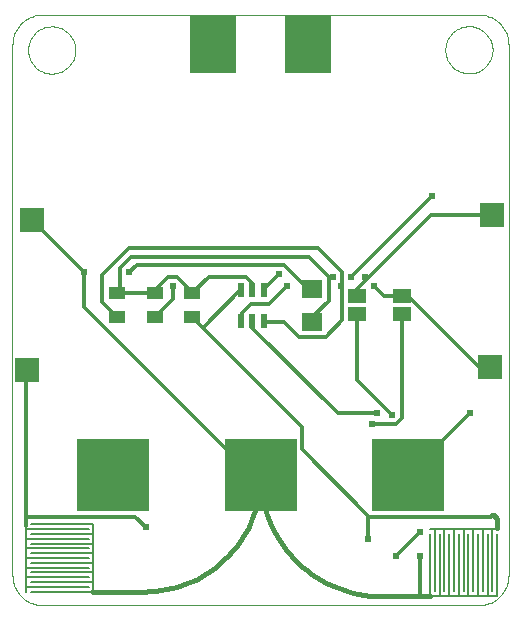
<source format=gtl>
G75*
G70*
%OFA0B0*%
%FSLAX24Y24*%
%IPPOS*%
%LPD*%
%AMOC8*
5,1,8,0,0,1.08239X$1,22.5*
%
%ADD10C,0.0000*%
%ADD11C,0.0004*%
%ADD12R,0.1575X0.1969*%
%ADD13R,0.0217X0.0472*%
%ADD14R,0.2390X0.2390*%
%ADD15R,0.0709X0.0630*%
%ADD16R,0.0551X0.0433*%
%ADD17R,0.0787X0.0787*%
%ADD18R,0.0630X0.0460*%
%ADD19C,0.0080*%
%ADD20R,0.0120X0.0120*%
%ADD21C,0.0160*%
%ADD22C,0.0120*%
%ADD23C,0.0240*%
D10*
X002243Y020379D02*
X002245Y020435D01*
X002251Y020490D01*
X002261Y020544D01*
X002274Y020598D01*
X002292Y020651D01*
X002313Y020702D01*
X002337Y020752D01*
X002365Y020800D01*
X002397Y020846D01*
X002431Y020890D01*
X002469Y020931D01*
X002509Y020969D01*
X002552Y021004D01*
X002597Y021036D01*
X002645Y021065D01*
X002694Y021091D01*
X002745Y021113D01*
X002797Y021131D01*
X002851Y021145D01*
X002906Y021156D01*
X002961Y021163D01*
X003016Y021166D01*
X003072Y021165D01*
X003127Y021160D01*
X003182Y021151D01*
X003236Y021139D01*
X003289Y021122D01*
X003341Y021102D01*
X003391Y021078D01*
X003439Y021051D01*
X003486Y021021D01*
X003530Y020987D01*
X003572Y020950D01*
X003610Y020910D01*
X003647Y020868D01*
X003680Y020823D01*
X003709Y020777D01*
X003736Y020728D01*
X003758Y020677D01*
X003778Y020625D01*
X003793Y020571D01*
X003805Y020517D01*
X003813Y020462D01*
X003817Y020407D01*
X003817Y020351D01*
X003813Y020296D01*
X003805Y020241D01*
X003793Y020187D01*
X003778Y020133D01*
X003758Y020081D01*
X003736Y020030D01*
X003709Y019981D01*
X003680Y019935D01*
X003647Y019890D01*
X003610Y019848D01*
X003572Y019808D01*
X003530Y019771D01*
X003486Y019737D01*
X003439Y019707D01*
X003391Y019680D01*
X003341Y019656D01*
X003289Y019636D01*
X003236Y019619D01*
X003182Y019607D01*
X003127Y019598D01*
X003072Y019593D01*
X003016Y019592D01*
X002961Y019595D01*
X002906Y019602D01*
X002851Y019613D01*
X002797Y019627D01*
X002745Y019645D01*
X002694Y019667D01*
X002645Y019693D01*
X002597Y019722D01*
X002552Y019754D01*
X002509Y019789D01*
X002469Y019827D01*
X002431Y019868D01*
X002397Y019912D01*
X002365Y019958D01*
X002337Y020006D01*
X002313Y020056D01*
X002292Y020107D01*
X002274Y020160D01*
X002261Y020214D01*
X002251Y020268D01*
X002245Y020323D01*
X002243Y020379D01*
X016153Y020385D02*
X016155Y020441D01*
X016161Y020496D01*
X016171Y020550D01*
X016184Y020604D01*
X016202Y020657D01*
X016223Y020708D01*
X016247Y020758D01*
X016275Y020806D01*
X016307Y020852D01*
X016341Y020896D01*
X016379Y020937D01*
X016419Y020975D01*
X016462Y021010D01*
X016507Y021042D01*
X016555Y021071D01*
X016604Y021097D01*
X016655Y021119D01*
X016707Y021137D01*
X016761Y021151D01*
X016816Y021162D01*
X016871Y021169D01*
X016926Y021172D01*
X016982Y021171D01*
X017037Y021166D01*
X017092Y021157D01*
X017146Y021145D01*
X017199Y021128D01*
X017251Y021108D01*
X017301Y021084D01*
X017349Y021057D01*
X017396Y021027D01*
X017440Y020993D01*
X017482Y020956D01*
X017520Y020916D01*
X017557Y020874D01*
X017590Y020829D01*
X017619Y020783D01*
X017646Y020734D01*
X017668Y020683D01*
X017688Y020631D01*
X017703Y020577D01*
X017715Y020523D01*
X017723Y020468D01*
X017727Y020413D01*
X017727Y020357D01*
X017723Y020302D01*
X017715Y020247D01*
X017703Y020193D01*
X017688Y020139D01*
X017668Y020087D01*
X017646Y020036D01*
X017619Y019987D01*
X017590Y019941D01*
X017557Y019896D01*
X017520Y019854D01*
X017482Y019814D01*
X017440Y019777D01*
X017396Y019743D01*
X017349Y019713D01*
X017301Y019686D01*
X017251Y019662D01*
X017199Y019642D01*
X017146Y019625D01*
X017092Y019613D01*
X017037Y019604D01*
X016982Y019599D01*
X016926Y019598D01*
X016871Y019601D01*
X016816Y019608D01*
X016761Y019619D01*
X016707Y019633D01*
X016655Y019651D01*
X016604Y019673D01*
X016555Y019699D01*
X016507Y019728D01*
X016462Y019760D01*
X016419Y019795D01*
X016379Y019833D01*
X016341Y019874D01*
X016307Y019918D01*
X016275Y019964D01*
X016247Y020012D01*
X016223Y020062D01*
X016202Y020113D01*
X016184Y020166D01*
X016171Y020220D01*
X016161Y020274D01*
X016155Y020329D01*
X016153Y020385D01*
D11*
X017259Y021560D02*
X017319Y021558D01*
X017380Y021553D01*
X017439Y021544D01*
X017498Y021531D01*
X017557Y021515D01*
X017614Y021495D01*
X017669Y021472D01*
X017724Y021445D01*
X017776Y021416D01*
X017827Y021383D01*
X017876Y021347D01*
X017922Y021309D01*
X017966Y021267D01*
X018008Y021223D01*
X018046Y021177D01*
X018082Y021128D01*
X018115Y021077D01*
X018144Y021025D01*
X018171Y020970D01*
X018194Y020915D01*
X018214Y020858D01*
X018230Y020799D01*
X018243Y020740D01*
X018252Y020681D01*
X018257Y020620D01*
X018259Y020560D01*
X018259Y010142D01*
X018259Y002875D01*
X018257Y002815D01*
X018252Y002754D01*
X018243Y002695D01*
X018230Y002636D01*
X018214Y002577D01*
X018194Y002520D01*
X018171Y002465D01*
X018144Y002410D01*
X018115Y002358D01*
X018082Y002307D01*
X018046Y002258D01*
X018008Y002212D01*
X017966Y002168D01*
X017922Y002126D01*
X017876Y002088D01*
X017827Y002052D01*
X017776Y002019D01*
X017724Y001990D01*
X017669Y001963D01*
X017614Y001940D01*
X017557Y001920D01*
X017498Y001904D01*
X017439Y001891D01*
X017380Y001882D01*
X017319Y001877D01*
X017259Y001875D01*
X009597Y001875D01*
X002723Y001875D01*
X002663Y001877D01*
X002602Y001882D01*
X002543Y001891D01*
X002484Y001904D01*
X002425Y001920D01*
X002368Y001940D01*
X002313Y001963D01*
X002258Y001990D01*
X002206Y002019D01*
X002155Y002052D01*
X002106Y002088D01*
X002060Y002126D01*
X002016Y002168D01*
X001974Y002212D01*
X001936Y002258D01*
X001900Y002307D01*
X001867Y002358D01*
X001838Y002410D01*
X001811Y002465D01*
X001788Y002520D01*
X001768Y002577D01*
X001752Y002636D01*
X001739Y002695D01*
X001730Y002754D01*
X001725Y002815D01*
X001723Y002875D01*
X001723Y010930D01*
X001723Y020560D01*
X001725Y020620D01*
X001730Y020681D01*
X001739Y020740D01*
X001752Y020799D01*
X001768Y020858D01*
X001788Y020915D01*
X001811Y020970D01*
X001838Y021025D01*
X001867Y021077D01*
X001900Y021128D01*
X001936Y021177D01*
X001974Y021223D01*
X002016Y021267D01*
X002060Y021309D01*
X002106Y021347D01*
X002155Y021383D01*
X002206Y021416D01*
X002258Y021445D01*
X002313Y021472D01*
X002368Y021495D01*
X002425Y021515D01*
X002484Y021531D01*
X002543Y021544D01*
X002602Y021553D01*
X002663Y021558D01*
X002723Y021560D01*
X010385Y021560D01*
X017259Y021560D01*
D12*
X011566Y020575D03*
X008416Y020575D03*
D13*
X009349Y012386D03*
X009723Y012386D03*
X010097Y012386D03*
X010097Y011363D03*
X009723Y011363D03*
X009349Y011363D03*
D14*
X009991Y006205D03*
X005070Y006205D03*
X014912Y006205D03*
D15*
X011723Y011323D03*
X011723Y012426D03*
D16*
X007723Y012268D03*
X007723Y011481D03*
X006473Y011481D03*
X006473Y012268D03*
X005223Y012268D03*
X005223Y011481D03*
D17*
X002223Y009701D03*
X002365Y014729D03*
X017625Y009808D03*
X017723Y014875D03*
D18*
X014723Y012175D03*
X014723Y011575D03*
X013223Y011575D03*
X013223Y012175D03*
D19*
X002178Y004569D02*
X002178Y002329D01*
X002338Y002329D02*
X004418Y002329D01*
X004418Y004569D01*
X002338Y004569D01*
X002178Y004409D02*
X004258Y004409D01*
X004418Y004249D02*
X002338Y004249D01*
X004418Y004249D01*
X004258Y004089D02*
X002178Y004089D01*
X002338Y003929D02*
X004418Y003929D01*
X004258Y003769D02*
X002178Y003769D01*
X002338Y003609D02*
X004418Y003609D01*
X004258Y003449D02*
X002178Y003449D01*
X002338Y003289D02*
X004418Y003289D01*
X004258Y003129D02*
X002178Y003129D01*
X002338Y002969D02*
X004418Y002969D01*
X004258Y002809D02*
X002178Y002809D01*
X002338Y002649D02*
X004418Y002649D01*
X004258Y002489D02*
X002178Y002489D01*
X015643Y002180D02*
X017883Y002180D01*
X017883Y004260D01*
X017883Y004420D02*
X015643Y004420D01*
X015803Y004420D02*
X015803Y002340D01*
X015963Y002180D02*
X015963Y004260D01*
X016123Y004420D02*
X016123Y002340D01*
X016283Y002180D02*
X016283Y004260D01*
X016443Y004420D02*
X016443Y002340D01*
X016603Y002180D02*
X016603Y004260D01*
X016763Y004420D02*
X016763Y002340D01*
X016923Y002180D02*
X016923Y004260D01*
X017083Y004420D02*
X017083Y002340D01*
X017243Y002180D02*
X017243Y004260D01*
X017403Y004420D02*
X017403Y002340D01*
X017563Y002180D02*
X017563Y004260D01*
X017563Y002180D01*
X017723Y002340D02*
X017723Y004420D01*
X015643Y004260D02*
X015643Y002180D01*
D20*
X015643Y002180D03*
X017863Y004440D03*
X004418Y002329D03*
X002158Y004549D03*
D21*
X004418Y002329D02*
X006115Y002329D01*
X006299Y002333D01*
X006483Y002347D01*
X006667Y002368D01*
X006849Y002399D01*
X007029Y002438D01*
X007207Y002486D01*
X007383Y002542D01*
X007556Y002607D01*
X007725Y002679D01*
X007891Y002760D01*
X008053Y002848D01*
X008211Y002944D01*
X008363Y003048D01*
X008511Y003158D01*
X008653Y003276D01*
X008790Y003400D01*
X008920Y003530D01*
X009044Y003667D01*
X009162Y003809D01*
X009272Y003957D01*
X009376Y004109D01*
X009472Y004267D01*
X009560Y004429D01*
X009641Y004595D01*
X009713Y004764D01*
X009778Y004937D01*
X009834Y005113D01*
X009882Y005291D01*
X009921Y005471D01*
X009952Y005653D01*
X009973Y005837D01*
X009987Y006021D01*
X009991Y006205D01*
X009996Y006013D01*
X010009Y005822D01*
X010032Y005632D01*
X010064Y005443D01*
X010104Y005256D01*
X010154Y005071D01*
X010212Y004888D01*
X010279Y004709D01*
X010355Y004533D01*
X010439Y004360D01*
X010530Y004192D01*
X010630Y004028D01*
X010738Y003870D01*
X010852Y003716D01*
X010974Y003569D01*
X011103Y003427D01*
X011239Y003291D01*
X011381Y003162D01*
X011528Y003040D01*
X011682Y002926D01*
X011840Y002818D01*
X012004Y002718D01*
X012172Y002627D01*
X012345Y002543D01*
X012521Y002467D01*
X012700Y002400D01*
X012883Y002342D01*
X013068Y002292D01*
X013255Y002252D01*
X013444Y002220D01*
X013634Y002197D01*
X013825Y002184D01*
X014017Y002179D01*
X014017Y002180D02*
X015323Y002180D01*
X015643Y002180D01*
X017862Y004735D02*
X017860Y004757D01*
X017855Y004778D01*
X017847Y004798D01*
X017835Y004817D01*
X017821Y004833D01*
X017805Y004847D01*
X017786Y004859D01*
X017766Y004867D01*
X017745Y004872D01*
X017723Y004874D01*
X017863Y004735D02*
X017863Y004440D01*
D22*
X017673Y004825D02*
X017723Y004875D01*
X017673Y004825D02*
X013623Y004825D01*
X013573Y004825D01*
X013573Y004075D01*
X013623Y004825D02*
X011373Y007075D01*
X011373Y007825D01*
X008073Y011125D01*
X009323Y012375D01*
X009349Y012386D01*
X009723Y012386D02*
X009723Y012425D01*
X009723Y012625D01*
X009523Y012825D01*
X008273Y012825D01*
X007723Y012275D01*
X007723Y012268D01*
X007723Y012325D01*
X007223Y012825D01*
X006923Y012825D01*
X006423Y012325D01*
X006473Y012268D01*
X006473Y012275D01*
X005223Y012275D01*
X005223Y012268D01*
X005323Y012325D01*
X005323Y013125D01*
X005673Y013475D01*
X011623Y013475D01*
X012273Y012825D01*
X012323Y012825D01*
X012423Y012825D01*
X012273Y012825D02*
X012273Y012025D01*
X011723Y011475D01*
X011723Y011325D01*
X011723Y011323D01*
X012173Y010825D02*
X011273Y010825D01*
X010773Y011325D01*
X010123Y011325D01*
X010097Y011363D01*
X009723Y011363D02*
X009723Y011325D01*
X009723Y011125D01*
X012573Y008275D01*
X013873Y008275D01*
X013723Y007925D02*
X014523Y007925D01*
X014723Y008125D01*
X014723Y011575D01*
X014723Y012175D02*
X014773Y012175D01*
X014923Y012175D01*
X017273Y009825D01*
X017623Y009825D01*
X017625Y009808D01*
X016973Y008275D02*
X014923Y006225D01*
X014912Y006205D01*
X015323Y004325D02*
X014523Y003525D01*
X015323Y003525D02*
X015323Y002225D01*
X015323Y002180D01*
X014373Y008225D02*
X013223Y009375D01*
X013223Y011575D01*
X012723Y011375D02*
X012723Y012525D01*
X012673Y012525D01*
X012723Y012525D02*
X012723Y012975D01*
X011923Y013775D01*
X005623Y013775D01*
X004723Y012875D01*
X004723Y011975D01*
X005223Y011475D01*
X005223Y011481D01*
X004123Y011825D02*
X009923Y006025D01*
X009991Y006205D01*
X006173Y004475D02*
X005823Y004825D01*
X005773Y004825D01*
X002173Y004825D01*
X002158Y004825D01*
X002158Y009636D01*
X002160Y009650D01*
X002164Y009664D01*
X002172Y009677D01*
X002182Y009687D01*
X002195Y009695D01*
X002209Y009699D01*
X002223Y009701D01*
X002223Y009725D01*
X002158Y009725D01*
X004123Y011825D02*
X004123Y012925D01*
X004123Y012975D01*
X002373Y014725D01*
X002365Y014729D01*
X005623Y012975D02*
X005873Y013225D01*
X010773Y013225D01*
X011523Y012475D01*
X011723Y012475D01*
X011723Y012426D01*
X010873Y012525D02*
X010273Y011925D01*
X009673Y011925D01*
X009373Y011625D01*
X009373Y011375D01*
X009349Y011363D01*
X010097Y012386D02*
X010123Y012425D01*
X010623Y012925D01*
X012723Y011375D02*
X012173Y010825D01*
X013223Y012175D02*
X013223Y012425D01*
X013548Y012750D01*
X013523Y012775D01*
X013473Y012825D01*
X013548Y012750D02*
X015673Y014875D01*
X017723Y014875D01*
X015723Y015525D02*
X013023Y012825D01*
X013773Y012525D02*
X014123Y012175D01*
X014673Y012175D01*
X014723Y012175D01*
X008073Y011125D02*
X007723Y011475D01*
X007723Y011481D01*
X007073Y012075D02*
X006473Y011475D01*
X006473Y011481D01*
X007073Y012075D02*
X007073Y012525D01*
X002158Y004825D02*
X002158Y004549D01*
D23*
X006173Y004475D03*
X013573Y004075D03*
X014523Y003525D03*
X015323Y003525D03*
X015323Y004325D03*
X013723Y007925D03*
X013873Y008275D03*
X014373Y008225D03*
X016973Y008275D03*
X013773Y012525D03*
X013473Y012825D03*
X013023Y012825D03*
X012673Y012525D03*
X012423Y012825D03*
X010873Y012525D03*
X010623Y012925D03*
X007073Y012525D03*
X005623Y012975D03*
X004123Y012975D03*
X015723Y015525D03*
M02*

</source>
